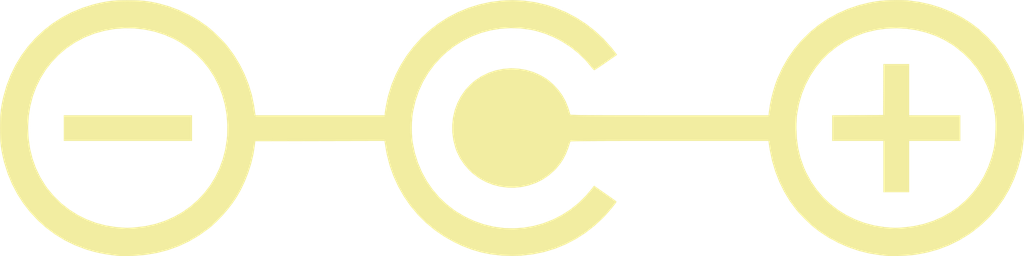
<source format=kicad_pcb>
(kicad_pcb (version 20240108) (generator pcbnew)
  (layers (0 "F.Cu" signal) (31 "B.Cu" signal) (34 "B.Paste" user) (35 "F.Paste" user) (36 "B.SilkS" user "B.Silkscreen") (37 "F.SilkS" user "F.Silkscreen") (38 "B.Mask" user) (39 "F.Mask" user) (44 "Edge.Cuts" user))
  (net 0 "")
  (footprint "Polarity_Center_Positive_20mm_SilkScreen" (layer "F.Cu") (at 0 0)
    (property "Reference" "REF**")
    (property "Value" "Polarity_Center_Positive_20mm_SilkScreen")
    (fp_poly (pts (xy -24.941968 0.999344) (xy -34.93541 0.999344) (xy -34.93541 -0.999344) (xy -24.941968 -0.999344) (xy -24.941968 0.999344)) (layer "F.SilkS") (stroke (width 0.01)) (fill solid))
    (fp_poly (pts (xy 30.979672 -0.999344) (xy 34.977049 -0.999344) (xy 34.977049 0.999344) (xy 30.979672 0.999344) (xy 30.979672 4.996721) (xy 28.980983 4.996721) (xy 28.980983 0.999344) (xy 24.983606 0.999344) (xy 24.983606 -0.998537) (xy 26.971885 -1.00935) (xy 28.960164 -1.020164) (xy 28.970977 -3.008442) (xy 28.981791 -4.996721) (xy 30.979672 -4.996721) (xy 30.979672 -0.999344)) (layer "F.SilkS") (stroke (width 0.01)) (fill solid))
    (fp_poly (pts (xy 30.382312 -9.982934) (xy 30.743815 -9.968995) (xy 30.920175 -9.955824) (xy 31.80825 -9.834813) (xy 32.679817 -9.638409) (xy 33.527432 -9.369642) (xy 34.34365 -9.031541) (xy 35.121027 -8.627135) (xy 35.852119 -8.159452) (xy 36.434426 -7.71207) (xy 37.093826 -7.107586) (xy 37.691353 -6.448729) (xy 38.224427 -5.739601) (xy 38.690467 -4.984309) (xy 39.086893 -4.186956) (xy 39.411125 -3.351647) (xy 39.620595 -2.644051) (xy 39.798628 -1.800408) (xy 39.908583 -0.933423) (xy 39.950158 -0.057864) (xy 39.923048 0.811499) (xy 39.826949 1.6599) (xy 39.720773 2.223029) (xy 39.483024 3.11299) (xy 39.173678 3.96441) (xy 38.794822 4.774187) (xy 38.348542 5.539219) (xy 37.836924 6.256405) (xy 37.262053 6.922643) (xy 36.626016 7.53483) (xy 35.930898 8.089866) (xy 35.637652 8.294596) (xy 34.870045 8.761072) (xy 34.068707 9.152213) (xy 33.231894 9.468682) (xy 32.357862 9.711145) (xy 31.509042 9.870958) (xy 31.295648 9.897148) (xy 31.03209 9.921188) (xy 30.736047 9.942283) (xy 30.425197 9.959638) (xy 30.11722 9.972456) (xy 29.829794 9.979941) (xy 29.580598 9.981298) (xy 29.387311 9.975731) (xy 29.314098 9.96976) (xy 29.210741 9.958377) (xy 29.050092 9.941111) (xy 28.857687 9.920696) (xy 28.731147 9.907393) (xy 27.908334 9.781399) (xy 27.08438 9.578099) (xy 26.271166 9.302443) (xy 25.480572 8.959379) (xy 24.72448 8.553857) (xy 24.014769 8.090826) (xy 23.588688 7.765213) (xy 23.316969 7.531467) (xy 23.019371 7.254068) (xy 22.718407 6.955449) (xy 22.436591 6.658037) (xy 22.196438 6.384262) (xy 22.168161 6.35) (xy 21.68204 5.693015) (xy 21.248532 4.977992) (xy 20.871803 4.214631) (xy 20.556019 3.41263) (xy 20.305348 2.58169) (xy 20.123955 1.73151) (xy 20.088789 1.509426) (xy 20.013821 0.999344) (xy 12.295767 0.999344) (xy 11.320465 0.999445) (xy 10.42543 0.999761) (xy 9.607648 1.000312) (xy 8.864109 1.001118) (xy 8.191801 1.0022) (xy 7.58771 1.003578) (xy 7.048825 1.005273) (xy 6.572135 1.007304) (xy 6.154626 1.009692) (xy 5.793288 1.012457) (xy 5.485107 1.015619) (xy 5.227072 1.019199) (xy 5.016171 1.023217) (xy 4.849391 1.027693) (xy 4.723721 1.032648) (xy 4.636149 1.038102) (xy 4.583662 1.044074) (xy 4.563248 1.050586) (xy 4.562814 1.051394) (xy 4.3949 1.577656) (xy 4.209231 2.036153) (xy 3.997588 2.441851) (xy 3.751757 2.809714) (xy 3.463519 3.15471) (xy 3.333155 3.291026) (xy 2.885195 3.686559) (xy 2.396963 4.014218) (xy 1.876058 4.273992) (xy 1.330079 4.465868) (xy 0.766625 4.589837) (xy 0.193295 4.645887) (xy -0.382311 4.634007) (xy -0.952595 4.554187) (xy -1.509958 4.406415) (xy -2.0468 4.190682) (xy -2.555523 3.906975) (xy -3.028528 3.555283) (xy -3.303021 3.300565) (xy -3.707068 2.842111) (xy -4.03429 2.358738) (xy -4.289245 1.843188) (xy -4.393052 1.565122) (xy -4.55395 0.96388) (xy -4.63748 0.358163) (xy -4.642177 0.014384) (xy 22.19377 0.014384) (xy 22.229143 0.819888) (xy 22.336559 1.589183) (xy 22.517966 2.331022) (xy 22.775314 3.054161) (xy 22.964181 3.476885) (xy 23.339661 4.164294) (xy 23.778847 4.800904) (xy 24.277341 5.383843) (xy 24.830741 5.910238) (xy 25.434649 6.377218) (xy 26.084665 6.781908) (xy 26.776389 7.121438) (xy 27.505422 7.392933) (xy 28.267364 7.593523) (xy 29.057815 7.720334) (xy 29.522295 7.758659) (xy 29.672452 7.767152) (xy 29.803622 7.775077) (xy 29.855409 7.778489) (xy 29.93453 7.778275) (xy 30.077784 7.772519) (xy 30.266278 7.762166) (xy 30.48112 7.748162) (xy 30.528776 7.744776) (xy 31.346234 7.646518) (xy 32.130632 7.473824) (xy 32.878575 7.229641) (xy 33.586666 6.916918) (xy 34.251509 6.538601) (xy 34.869708 6.097638) (xy 35.437866 5.596976) (xy 35.952587 5.039564) (xy 36.410475 4.428349) (xy 36.808134 3.766278) (xy 37.142166 3.056299) (xy 37.409177 2.30136) (xy 37.581447 1.623935) (xy 37.634182 1.31142) (xy 37.675773 0.939451) (xy 37.705296 0.531221) (xy 37.721823 0.109923) (xy 37.724429 -0.301247) (xy 37.712189 -0.679095) (xy 37.6857 -0.988238) (xy 37.5461 -1.803339) (xy 37.333075 -2.580775) (xy 37.047945 -3.318381) (xy 36.692027 -4.013994) (xy 36.266641 -4.665452) (xy 35.773103 -5.27059) (xy 35.212734 -5.827245) (xy 34.586851 -6.333253) (xy 34.310819 -6.526103) (xy 33.673963 -6.903232) (xy 32.992665 -7.215095) (xy 32.275537 -7.460618) (xy 31.531188 -7.63873) (xy 30.768227 -7.748359) (xy 29.995265 -7.788433) (xy 29.220912 -7.757879) (xy 28.453777 -7.655626) (xy 27.70247 -7.480601) (xy 27.398688 -7.386787) (xy 26.658832 -7.098562) (xy 25.963945 -6.74221) (xy 25.317167 -6.32162) (xy 24.721639 -5.840678) (xy 24.180505 -5.303271) (xy 23.696903 -4.713286) (xy 23.273977 -4.074609) (xy 22.914866 -3.391128) (xy 22.622713 -2.66673) (xy 22.400658 -1.905301) (xy 22.251844 -1.110729) (xy 22.23745 -1.000437) (xy 22.22176 -0.829282) (xy 22.208569 -0.60075) (xy 22.198993 -0.340732) (xy 22.194144 -0.075117) (xy 22.19377 0.014384) (xy -4.642177 0.014384) (xy -4.64572 -0.24486) (xy -4.58075 -0.838015) (xy -4.444649 -1.414131) (xy -4.239497 -1.966037) (xy -3.967373 -2.48656) (xy -3.630357 -2.968529) (xy -3.230527 -3.404773) (xy -2.860418 -3.72093) (xy -2.36015 -4.051429) (xy -1.82402 -4.311173) (xy -1.260427 -4.499954) (xy -0.677766 -4.617561) (xy -0.084436 -4.663783) (xy 0.511165 -4.638412) (xy 1.10064 -4.541237) (xy 1.675591 -4.372048) (xy 2.227621 -4.130634) (xy 2.685737 -3.859653) (xy 2.823243 -3.757575) (xy 2.993365 -3.617318) (xy 3.170647 -3.460393) (xy 3.278807 -3.35853) (xy 3.638883 -2.969168) (xy 3.941636 -2.551642) (xy 4.194117 -2.093291) (xy 4.403381 -1.581454) (xy 4.564071 -1.051393) (xy 4.580717 -1.044818) (xy 4.62907 -1.038784) (xy 4.712141 -1.033272) (xy 4.832943 -1.02826) (xy 4.994485 -1.023729) (xy 5.199781 -1.019658) (xy 5.45184 -1.016028) (xy 5.753675 -1.012817) (xy 6.108296 -1.010006) (xy 6.518716 -1.007574) (xy 6.987945 -1.005502) (xy 7.518995 -1.003768) (xy 8.114878 -1.002353) (xy 8.778605 -1.001236) (xy 9.513186 -1.000397) (xy 10.321635 -0.999816) (xy 11.206961 -0.999472) (xy 12.172176 -0.999346) (xy 12.299031 -0.999344) (xy 20.020347 -0.999344) (xy 20.048919 -1.25959) (xy 20.125237 -1.781759) (xy 20.240821 -2.342384) (xy 20.38794 -2.911166) (xy 20.558866 -3.457812) (xy 20.719899 -3.889306) (xy 21.098392 -4.709895) (xy 21.542955 -5.481949) (xy 22.050143 -6.202796) (xy 22.616513 -6.869764) (xy 23.238619 -7.480179) (xy 23.913019 -8.031368) (xy 24.636267 -8.520657) (xy 25.40492 -8.945375) (xy 26.215534 -9.302848) (xy 27.064664 -9.590404) (xy 27.948867 -9.805368) (xy 28.454962 -9.892587) (xy 28.77382 -9.929877) (xy 29.150761 -9.958192) (xy 29.561009 -9.976897) (xy 29.979785 -9.985356) (xy 30.382312 -9.982934)) (layer "F.SilkS") (stroke (width 0.01)) (fill solid))
    (fp_poly (pts (xy 0.941305 -9.938164) (xy 1.812783 -9.818582) (xy 2.672763 -9.620135) (xy 3.351967 -9.402821) (xy 4.199437 -9.052498) (xy 5.008341 -8.629395) (xy 5.774674 -8.136498) (xy 6.494429 -7.576795) (xy 7.163601 -6.953275) (xy 7.778185 -6.268924) (xy 8.091516 -5.867645) (xy 8.202298 -5.718404) (xy 7.339964 -5.118136) (xy 7.102478 -4.954119) (xy 6.886163 -4.807186) (xy 6.700763 -4.683759) (xy 6.556024 -4.590259) (xy 6.461694 -4.533107) (xy 6.428904 -4.517869) (xy 6.380884 -4.548971) (xy 6.302142 -4.630446) (xy 6.211249 -4.742695) (xy 5.738103 -5.305593) (xy 5.199829 -5.826279) (xy 4.60638 -6.298567) (xy 3.967711 -6.716274) (xy 3.293775 -7.073216) (xy 2.594526 -7.363208) (xy 1.879916 -7.580068) (xy 1.51567 -7.65996) (xy 0.71871 -7.770831) (xy -0.076171 -7.801118) (xy -0.863318 -7.752533) (xy -1.637074 -7.626788) (xy -2.391782 -7.425593) (xy -3.121784 -7.150662) (xy -3.821425 -6.803704) (xy -4.485048 -6.386433) (xy -5.106995 -5.900558) (xy -5.496842 -5.538218) (xy -6.045783 -4.935345) (xy -6.521605 -4.292761) (xy -6.924459 -3.610164) (xy -7.254499 -2.88725) (xy -7.511879 -2.123716) (xy -7.696752 -1.319258) (xy -7.72969 -1.124248) (xy -7.767262 -0.803435) (xy -7.7902 -0.427899) (xy -7.798495 -0.024387) (xy -7.792136 0.38036) (xy -7.771114 0.759598) (xy -7.735419 1.086581) (xy -7.730538 1.118578) (xy -7.563725 1.922287) (xy -7.323525 2.693245) (xy -7.012605 3.42723) (xy -6.633629 4.120019) (xy -6.189265 4.767391) (xy -5.682178 5.365122) (xy -5.115033 5.908992) (xy -4.490497 6.394777) (xy -4.330492 6.503493) (xy -3.635917 6.914444) (xy -2.912622 7.2497) (xy -2.166208 7.508496) (xy -1.402278 7.690062) (xy -0.626436 7.793633) (xy 0.155715 7.818442) (xy 0.938574 7.76372) (xy 1.716538 7.628702) (xy 2.433281 7.429561) (xy 3.187422 7.137513) (xy 3.902413 6.773444) (xy 4.57366 6.340538) (xy 5.196575 5.841976) (xy 5.766564 5.280944) (xy 6.109469 4.880572) (xy 6.418764 4.493767) (xy 6.613398 4.632945) (xy 6.709465 4.700885) (xy 6.859354 4.805969) (xy 7.048403 4.937959) (xy 7.261949 5.086617) (xy 7.484672 5.241251) (xy 7.691826 5.386118) (xy 7.873347 5.515434) (xy 8.018872 5.62162) (xy 8.118037 5.697096) (xy 8.160477 5.734281) (xy 8.161311 5.736142) (xy 8.134716 5.792621) (xy 8.061191 5.899116) (xy 7.95013 6.0443) (xy 7.810922 6.216845) (xy 7.65296 6.405421) (xy 7.485636 6.598701) (xy 7.318342 6.785356) (xy 7.160469 6.954057) (xy 7.101284 7.014759) (xy 6.426255 7.639642) (xy 5.70939 8.19336) (xy 4.953886 8.674576) (xy 4.162941 9.081953) (xy 3.339751 9.414155) (xy 2.487515 9.669842) (xy 1.60943 9.847678) (xy 0.708692 9.946327) (xy 0.041639 9.967569) (xy -0.807004 9.938145) (xy -1.609886 9.848078) (xy -2.381795 9.693901) (xy -3.137517 9.472148) (xy -3.891842 9.179352) (xy -4.46564 8.911011) (xy -5.255554 8.470052) (xy -5.997906 7.962039) (xy -6.688864 7.390773) (xy -7.324596 6.760054) (xy -7.901271 6.073686) (xy -8.415056 5.335468) (xy -8.861955 4.549528) (xy -9.236458 3.731862) (xy -9.531105 2.902156) (xy -9.749303 2.050025) (xy -9.836054 1.579928) (xy -9.929434 0.999013) (xy -14.968569 1.009589) (xy -20.007705 1.020164) (xy -20.03917 1.311639) (xy -20.148165 2.017319) (xy -20.321953 2.745351) (xy -20.55352 3.475912) (xy -20.83585 4.189179) (xy -21.161926 4.865331) (xy -21.505517 5.454754) (xy -21.829085 5.922638) (xy -22.199501 6.39568) (xy -22.60012 6.855268) (xy -23.014295 7.282788) (xy -23.425381 7.659628) (xy -23.621524 7.820835) (xy -24.367729 8.357403) (xy -25.146233 8.817221) (xy -25.956886 9.200236) (xy -26.799537 9.506396) (xy -27.674036 9.735647) (xy -28.580233 9.887936) (xy -29.517977 9.96321) (xy -29.709672 9.969026) (xy -29.964043 9.973551) (xy -30.201096 9.975703) (xy -30.403517 9.975482) (xy -30.553987 9.972887) (xy -30.625738 9.969061) (xy -31.190253 9.90566) (xy -31.692526 9.832829) (xy -32.153425 9.746424) (xy -32.593819 9.642298) (xy -33.034576 9.516305) (xy -33.249017 9.447955) (xy -34.078404 9.132791) (xy -34.867442 8.746736) (xy -35.612668 8.293561) (xy -36.310619 7.777037) (xy -36.957832 7.200937) (xy -37.550847 6.569033) (xy -38.086199 5.885096) (xy -38.560427 5.152898) (xy -38.970067 4.37621) (xy -39.311659 3.558806) (xy -39.581739 2.704456) (xy -39.636711 2.489509) (xy -39.72246 2.121261) (xy -39.788954 1.790768) (xy -39.838401 1.477893) (xy -39.873012 1.162498) (xy -39.894997 0.824445) (xy -39.906567 0.443598) (xy -39.909931 0) (xy -39.909773 -0.02082) (xy -37.725246 -0.02082) (xy -37.686541 0.80633) (xy -37.571164 1.607953) (xy -37.380226 2.380615) (xy -37.114835 3.120881) (xy -36.7761 3.825318) (xy -36.365131 4.490492) (xy -36.189666 4.733027) (xy -35.685837 5.332632) (xy -35.125802 5.873369) (xy -34.515086 6.352274) (xy -33.859214 6.76638) (xy -33.16371 7.11272) (xy -32.434098 7.388329) (xy -31.675902 7.59024) (xy -30.894647 7.715487) (xy -30.584099 7.742967) (xy -30.389387 7.756296) (xy -30.219232 7.767954) (xy -30.094692 7.776497) (xy -30.042787 7.780068) (xy -29.972103 7.779266) (xy -29.836226 7.773061) (xy -29.652996 7.762424) (xy -29.440256 7.748325) (xy -29.378887 7.743965) (xy -28.569359 7.646248) (xy -27.791915 7.474284) (xy -27.05002 7.231541) (xy -26.347139 6.921485) (xy -25.686738 6.547583) (xy -25.072282 6.113301) (xy -24.507237 5.622105) (xy -23.995068 5.077464) (xy -23.53924 4.482842) (xy -23.14322 3.841708) (xy -22.810473 3.157527) (xy -22.544463 2.433766) (xy -22.348657 1.673892) (xy -22.22652 0.881371) (xy -22.199468 0.562131) (xy -22.184004 -0.262536) (xy -22.245226 -1.066516) (xy -22.380844 -1.845685) (xy -22.588569 -2.595918) (xy -22.866112 -3.313092) (xy -23.211185 -3.993081) (xy -23.621497 -4.63176) (xy -24.094759 -5.225007) (xy -24.628683 -5.768695) (xy -25.220979 -6.258701) (xy -25.869357 -6.6909) (xy -26.379395 -6.968838) (xy -27.104154 -7.283436) (xy -27.857079 -7.522788) (xy -28.630539 -7.686844) (xy -29.416908 -7.775551) (xy -30.208554 -7.788859) (xy -30.99785 -7.726715) (xy -31.777166 -7.589069) (xy -32.538874 -7.375868) (xy -33.275344 -7.087062) (xy -33.426931 -7.016395) (xy -34.121057 -6.638686) (xy -34.762111 -6.198913) (xy -35.347556 -5.701208) (xy -35.874852 -5.149702) (xy -36.341462 -4.548525) (xy -36.744848 -3.90181) (xy -37.08247 -3.213687) (xy -37.35179 -2.488288) (xy -37.550271 -1.729743) (xy -37.675374 -0.942184) (xy -37.72456 -0.129742) (xy -37.725246 -0.02082) (xy -39.909773 -0.02082) (xy -39.906561 -0.443194) (xy -39.89503 -0.823613) (xy -39.873209 -1.161543) (xy -39.838969 -1.477269) (xy -39.790178 -1.791076) (xy -39.724709 -2.123251) (xy -39.654188 -2.435902) (xy -39.408713 -3.303164) (xy -39.090593 -4.13315) (xy -38.703252 -4.922474) (xy -38.250116 -5.667748) (xy -37.734611 -6.365587) (xy -37.160161 -7.012604) (xy -36.530193 -7.605412) (xy -35.848132 -8.140626) (xy -35.117403 -8.614857) (xy -34.341431 -9.024721) (xy -33.523642 -9.366831) (xy -32.667461 -9.6378) (xy -32.270492 -9.735641) (xy -31.928346 -9.809599) (xy -31.625523 -9.86684) (xy -31.342293 -9.909343) (xy -31.058925 -9.939085) (xy -30.755688 -9.958045) (xy -30.412851 -9.968203) (xy -30.010684 -9.971535) (xy -29.917869 -9.971554) (xy -29.471848 -9.967514) (xy -29.08809 -9.954748) (xy -28.745838 -9.931067) (xy -28.424332 -9.89428) (xy -28.102814 -9.842195) (xy -27.760526 -9.772621) (xy -27.526127 -9.719118) (xy -26.713088 -9.488842) (xy -25.912412 -9.186344) (xy -25.138755 -8.818547) (xy -24.406774 -8.392375) (xy -23.769794 -7.944722) (xy -23.466794 -7.69658) (xy -23.140691 -7.404174) (xy -22.813082 -7.088518) (xy -22.505561 -6.770627) (xy -22.239723 -6.471517) (xy -22.173795 -6.391639) (xy -21.673352 -5.711422) (xy -21.228575 -4.980886) (xy -20.844518 -4.211688) (xy -20.526234 -3.415484) (xy -20.278777 -2.603929) (xy -20.1072 -1.788682) (xy -20.070686 -1.540656) (xy -20.04685 -1.366163) (xy -20.024659 -1.214109) (xy -20.007975 -1.110659) (xy -20.004624 -1.093033) (xy -19.985299 -0.999344) (xy -9.910164 -0.999344) (xy -9.910164 -1.098049) (xy -9.901405 -1.205577) (xy -9.877415 -1.375769) (xy -9.841626 -1.590129) (xy -9.797468 -1.830158) (xy -9.748373 -2.077362) (xy -9.697771 -2.313242) (xy -9.649094 -2.519303) (xy -9.639739 -2.555894) (xy -9.383686 -3.378618) (xy -9.050307 -4.18139) (xy -8.64456 -4.957088) (xy -8.171402 -5.698591) (xy -7.635791 -6.398775) (xy -7.042687 -7.050519) (xy -6.397046 -7.646702) (xy -5.743916 -8.152035) (xy -4.990611 -8.634469) (xy -4.202103 -9.04446) (xy -3.384229 -9.381206) (xy -2.542828 -9.643904) (xy -1.683736 -9.831752) (xy -0.812792 -9.943946) (xy 0.064168 -9.979684) (xy 0.941305 -9.938164)) (layer "F.SilkS") (stroke (width 0.01)) (fill solid))
  )
)
</source>
